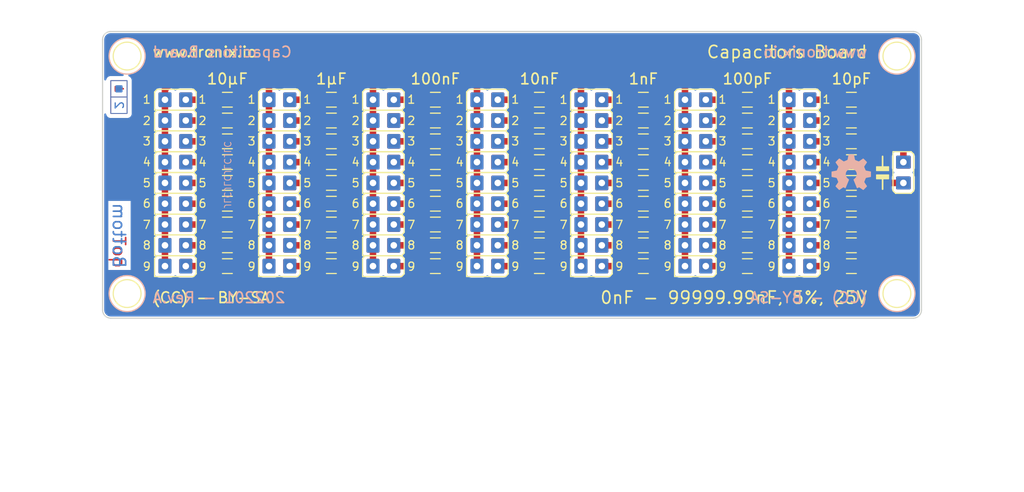
<source format=kicad_pcb>
(kicad_pcb (version 20240108) (generator "pcbnew") (generator_version "8.0")
  (title_block (title "Capacitors Board") (date "01/2022") (rev "A"))
  (layers (0 "F.Cu" signal) (31 "B.Cu" signal) (34 "B.Paste" user) (35 "F.Paste" user) (36 "B.SilkS" user "B.Silkscreen") (37 "F.SilkS" user "F.Silkscreen") (38 "B.Mask" user) (39 "F.Mask" user) (44 "Edge.Cuts" user))
  (net 0 "")
  (net 1 "Net-(JP1-Pad1)")
  (net 2 "Net-(C1-Pad2)")
  (net 3 "Net-(C1-Pad1)")
  (net 4 "Net-(C2-Pad1)")
  (net 5 "Net-(C3-Pad1)")
  (net 6 "Net-(C4-Pad1)")
  (net 7 "Net-(C5-Pad1)")
  (net 8 "Net-(C6-Pad1)")
  (net 9 "Net-(C7-Pad1)")
  (net 10 "Net-(C8-Pad1)")
  (net 11 "Net-(C9-Pad1)")
  (net 12 "Net-(C10-Pad1)")
  (net 13 "Net-(C11-Pad1)")
  (net 14 "Net-(C12-Pad1)")
  (net 15 "Net-(C13-Pad1)")
  (net 16 "Net-(C14-Pad1)")
  (net 17 "Net-(C15-Pad1)")
  (net 18 "Net-(C16-Pad1)")
  (net 19 "Net-(C17-Pad1)")
  (net 20 "Net-(C18-Pad1)")
  (net 21 "Net-(C19-Pad1)")
  (net 22 "Net-(C20-Pad1)")
  (net 23 "Net-(C21-Pad1)")
  (net 24 "Net-(C22-Pad1)")
  (net 25 "Net-(C23-Pad1)")
  (net 26 "Net-(C24-Pad1)")
  (net 27 "Net-(C25-Pad1)")
  (net 28 "Net-(C26-Pad1)")
  (net 29 "Net-(C27-Pad1)")
  (net 30 "Net-(C28-Pad1)")
  (net 31 "Net-(C29-Pad1)")
  (net 32 "Net-(C30-Pad1)")
  (net 33 "Net-(C31-Pad1)")
  (net 34 "Net-(C32-Pad1)")
  (net 35 "Net-(C33-Pad1)")
  (net 36 "Net-(C34-Pad1)")
  (net 37 "Net-(C35-Pad1)")
  (net 38 "Net-(C36-Pad1)")
  (net 39 "Net-(C37-Pad1)")
  (net 40 "Net-(C38-Pad1)")
  (net 41 "Net-(C39-Pad1)")
  (net 42 "Net-(C40-Pad1)")
  (net 43 "Net-(C41-Pad1)")
  (net 44 "Net-(C42-Pad1)")
  (net 45 "Net-(C43-Pad1)")
  (net 46 "Net-(C44-Pad1)")
  (net 47 "Net-(C45-Pad1)")
  (net 48 "Net-(C46-Pad1)")
  (net 49 "Net-(C47-Pad1)")
  (net 50 "Net-(C48-Pad1)")
  (net 51 "Net-(C49-Pad1)")
  (net 52 "Net-(C50-Pad1)")
  (net 53 "Net-(C51-Pad1)")
  (net 54 "Net-(C52-Pad1)")
  (net 55 "Net-(C53-Pad1)")
  (net 56 "Net-(C54-Pad1)")
  (net 57 "Net-(C55-Pad1)")
  (net 58 "Net-(C56-Pad1)")
  (net 59 "Net-(C57-Pad1)")
  (net 60 "Net-(C58-Pad1)")
  (net 61 "Net-(C59-Pad1)")
  (net 62 "Net-(C60-Pad1)")
  (net 63 "Net-(C61-Pad1)")
  (net 64 "Net-(C62-Pad1)")
  (net 65 "Net-(C63-Pad1)")
  (footprint "tronixio:HARWIN-M20-999024x" (layer "F.Cu") (at 157.48 93.98 90)
    (property "Reference" "JP45" (hide yes))
    (property "Value" "~")
  )
  (footprint "tronixio:HARWIN-M20-999024x" (layer "F.Cu") (at 119.38 76.2 90)
    (property "Reference" "JP11" (hide yes))
    (property "Value" "~")
  )
  (footprint "tronixio:HARWIN-M20-7680-7683" (layer "F.Cu") (at 148.06 116.23)
    (property "Reference" "JP65" (hide yes))
    (property "Value" "HARWIN-JUMPER-0254-14MM-BLACK" (hide yes))
  )
  (footprint "tronixio:HARWIN-M20-999024x" (layer "F.Cu") (at 182.88 81.28 90)
    (property "Reference" "JP58" (hide yes))
    (property "Value" "~")
  )
  (footprint "tronixio:HARWIN-M20-999024x" (layer "F.Cu") (at 170.18 88.9 90)
    (property "Reference" "JP52" (hide yes))
    (property "Value" "~")
  )
  (footprint "tronixio:CAPACITOR-SMD-1206" (layer "F.Cu") (at 127 93.98)
    (property "Reference" "C18" (hide yes))
    (property "Value" "1µ")
  )
  (footprint "tronixio:CAPACITOR-SMD-1206" (layer "F.Cu") (at 127 86.36)
    (property "Reference" "C15" (hide yes))
    (property "Value" "1µ")
  )
  (footprint "tronixio:CAPACITOR-SMD-1206" (layer "F.Cu") (at 177.8 76.2)
    (property "Reference" "C47" (hide yes))
    (property "Value" "100p")
  )
  (footprint "tronixio:HARWIN-M20-999024x" (layer "F.Cu") (at 119.38 93.98 90)
    (property "Reference" "JP18" (hide yes))
    (property "Value" "~")
  )
  (footprint "tronixio:KEYSTONE-9056" (layer "F.Cu") (at 102.06 68.33)
    (property "Reference" "H4" (hide yes))
    (property "Value" "9056" (hide yes))
  )
  (footprint "tronixio:HARWIN-M20-999024x" (layer "F.Cu") (at 144.78 73.66 90)
    (property "Reference" "JP28" (hide yes))
    (property "Value" "~")
  )
  (footprint "tronixio:CAPACITOR-SMD-1206" (layer "F.Cu") (at 190.5 86.36)
    (property "Reference" "C60" (hide yes))
    (property "Value" "10p")
  )
  (footprint "tronixio:CAPACITOR-SMD-1206" (layer "F.Cu") (at 165.1 83.82)
    (property "Reference" "C41" (hide yes))
    (property "Value" "1n")
  )
  (footprint "tronixio:CAPACITOR-SMD-1206" (layer "F.Cu") (at 114.3 73.66)
    (property "Reference" "C1" (hide yes))
    (property "Value" "10µ")
  )
  (footprint "tronixio:CAPACITOR-SMD-1206" (layer "F.Cu") (at 190.5 73.66)
    (property "Reference" "C55" (hide yes))
    (property "Value" "10p")
  )
  (footprint "tronixio:CAPACITOR-SMD-1206" (layer "F.Cu") (at 127 76.2)
    (property "Reference" "C11" (hide yes))
    (property "Value" "1µ")
  )
  (footprint "tronixio:CAPACITOR-SMD-1206" (layer "F.Cu") (at 152.4 88.9)
    (property "Reference" "C34" (hide yes))
    (property "Value" "10n")
  )
  (footprint "tronixio:CAPACITOR-SMD-1206" (layer "F.Cu") (at 139.7 78.74)
    (property "Reference" "C21" (hide yes))
    (property "Value" "100n")
  )
  (footprint "tronixio:HARWIN-M20-7680-7683" (layer "F.Cu") (at 142.06 116.23)
    (property "Reference" "JP64" (hide yes))
    (property "Value" "HARWIN-JUMPER-0254-14MM-BLACK" (hide yes))
  )
  (footprint "tronixio:CAPACITOR-SMD-1206" (layer "F.Cu") (at 114.3 86.36)
    (property "Reference" "C6" (hide yes))
    (property "Value" "10µ")
  )
  (footprint "tronixio:HARWIN-M20-999024x" (layer "F.Cu") (at 157.48 73.66 90)
    (property "Reference" "JP37" (hide yes))
    (property "Value" "~")
  )
  (footprint "tronixio:HARWIN-M20-999024x" (layer "F.Cu") (at 157.48 81.28 90)
    (property "Reference" "JP40" (hide yes))
    (property "Value" "~")
  )
  (footprint "tronixio:CAPACITOR-SMD-1206" (layer "F.Cu") (at 177.8 78.74)
    (property "Reference" "C48" (hide yes))
    (property "Value" "100p")
  )
  (footprint "tronixio:CAPACITOR-SMD-1206" (layer "F.Cu") (at 165.1 73.66)
    (property "Reference" "C37" (hide yes))
    (property "Value" "1n")
  )
  (footprint "tronixio:HARWIN-M20-999024x" (layer "F.Cu") (at 106.68 88.9 90)
    (property "Reference" "JP7" (hide yes))
    (property "Value" "~")
  )
  (footprint "tronixio:CAPACITOR-SMD-1206" (layer "F.Cu") (at 127 81.28)
    (property "Reference" "C13" (hide yes))
    (property "Value" "1µ")
  )
  (footprint "tronixio:HARWIN-M20-999024x" (layer "F.Cu") (at 132.08 83.82 90)
    (property "Reference" "JP23" (hide yes))
    (property "Value" "~")
  )
  (footprint "tronixio:KEYSTONE-9056" (layer "F.Cu") (at 196.06 97.33)
    (property "Reference" "H2" (hide yes))
    (property "Value" "9056" (hide yes))
  )
  (footprint "tronixio:HARWIN-M20-999024x" (layer "F.Cu") (at 170.18 73.66 90)
    (property "Reference" "JP46" (hide yes))
    (property "Value" "~")
  )
  (footprint "tronixio:HARWIN-M20-7680-7683" (layer "F.Cu") (at 166.06 116.23)
    (property "Reference" "JP68" (hide yes))
    (property "Value" "HARWIN-JUMPER-0254-14MM-BLACK" (hide yes))
  )
  (footprint "tronixio:CAPACITOR-SMD-1206" (layer "F.Cu") (at 139.7 86.36)
    (property "Reference" "C24" (hide yes))
    (property "Value" "100n")
  )
  (footprint "tronixio:HARWIN-M20-999024x" (layer "F.Cu") (at 182.88 78.74 90)
    (property "Reference" "JP57" (hide yes))
    (property "Value" "~")
  )
  (footprint "tronixio:HARWIN-M20-999024x" (layer "F.Cu") (at 170.18 91.44 90)
    (property "Reference" "JP53" (hide yes))
    (property "Value" "~")
  )
  (footprint "tronixio:HARWIN-M20-999024x" (layer "F.Cu") (at 144.78 86.36 90)
    (property "Reference" "JP33" (hide yes))
    (property "Value" "~")
  )
  (footprint "tronixio:HARWIN-M20-999024x" (layer "F.Cu") (at 170.18 93.98 90)
    (property "Reference" "JP54" (hide yes))
    (property "Value" "~")
  )
  (footprint "tronixio:HARWIN-M20-999024x" (layer "F.Cu") (at 144.78 93.98 90)
    (property "Reference" "JP36" (hide yes))
    (property "Value" "~")
  )
  (footprint "tronixio:CAPACITOR-SMD-1206" (layer "F.Cu") (at 177.8 88.9)
    (property "Reference" "C52" (hide yes))
    (property "Value" "100p")
  )
  (footprint "tronixio:HARWIN-M20-999024x" (layer "F.Cu") (at 157.48 91.44 90)
    (property "Reference" "JP44" (hide yes))
    (property "Value" "~")
  )
  (footprint "tronixio:HARWIN-M20-7680-7683" (layer "F.Cu") (at 184.06 116.23)
    (property "Reference" "JP71" (hide yes))
    (property "Value" "HARWIN-JUMPER-0254-14MM-BLACK" (hide yes))
  )
  (footprint "tronixio:CAPACITOR-SMD-1206" (layer "F.Cu") (at 139.7 88.9)
    (property "Reference" "C25" (hide yes))
    (property "Value" "100n")
  )
  (footprint "tronixio:CAPACITOR-SMD-1206" (layer "F.Cu") (at 127 83.82)
    (property "Reference" "C14" (hide yes))
    (property "Value" "1µ")
  )
  (footprint "tronixio:CAPACITOR-SMD-1206" (layer "F.Cu") (at 114.3 91.44)
    (property "Reference" "C8" (hide yes))
    (property "Value" "10µ")
  )
  (footprint "tronixio:CAPACITOR-SMD-1206" (layer "F.Cu") (at 190.5 83.82)
    (property "Reference" "C59" (hide yes))
    (property "Value" "10p")
  )
  (footprint "tronixio:CAPACITOR-SMD-1206" (layer "F.Cu") (at 177.8 81.28)
    (property "Reference" "C49" (hide yes))
    (property "Value" "100p")
  )
  (footprint "tronixio:HARWIN-M20-7680-7683" (layer "F.Cu") (at 172.06 116.23)
    (property "Reference" "JP69" (hide yes))
    (property "Value" "HARWIN-JUMPER-0254-14MM-BLACK" (hide yes))
  )
  (footprint "tronixio:HARWIN-M20-999024x" (layer "F.Cu") (at 170.18 76.2 90)
    (property "Reference" "JP47" (hide yes))
    (property "Value" "~")
  )
  (footprint "tronixio:HARWIN-M20-999024x" (layer "F.Cu") (at 182.88 76.2 90)
    (property "Reference" "JP56" (hide yes))
    (property "Value" "~")
  )
  (footprint "tronixio:HARWIN-M20-999024x" (layer "F.Cu") (at 170.18 86.36 90)
    (property "Reference" "JP51" (hide yes))
    (property "Value" "~")
  )
  (footprint "tronixio:HARWIN-M20-7680-7683" (layer "F.Cu") (at 178.06 116.23)
    (property "Reference" "JP70" (hide yes))
    (property "Value" "HARWIN-JUMPER-0254-14MM-BLACK" (hide yes))
  )
  (footprint "tronixio:HARWIN-M20-999024x" (layer "F.Cu") (at 144.78 88.9 90)
    (property "Reference" "JP34" (hide yes))
    (property "Value" "~")
  )
  (footprint "tronixio:CAPACITOR-SMD-1206" (layer "F.Cu") (at 127 73.66)
    (property "Reference" "C10" (hide yes))
    (property "Value" "1µ")
  )
  (footprint "tronixio:KEYSTONE-9056" (layer "F.Cu") (at 102.06 97.33)
    (property "Reference" "H1" (hide yes))
    (property "Value" "9056" (hide yes))
  )
  (footprint "tronixio:CAPACITOR-SMD-1206" (layer "F.Cu") (at 177.8 86.36)
    (property "Reference" "C51" (hide yes))
    (property "Value" "100p")
  )
  (footprint "tronixio:HARWIN-M20-999024x" (layer "F.Cu") (at 182.88 73.66 90)
    (property "Reference" "JP55" (hide yes))
    (property "Value" "~")
  )
  (footprint "tronixio:CAPACITOR-SMD-1206" (layer "F.Cu") (at 165.1 76.2)
    (property "Reference" "C38" (hide yes))
    (property "Value" "1n")
  )
  (footprint "tronixio:HARWIN-M20-999024x" (layer "F.Cu") (at 196.85 81.28)
    (property "Reference" "K1" (hide yes))
    (property "Value" "Capacitor")
  )
  (footprint "tronixio:HARWIN-M20-999024x" (layer "F.Cu") (at 119.38 81.28 90)
    (property "Reference" "JP13" (hide yes))
    (property "Value" "~")
  )
  (footprint "tronixio:CAPACITOR-SMD-1206" (layer "F.Cu") (at 190.5 93.98)
    (property "Reference" "C63" (hide yes))
    (property "Value" "10p")
  )
  (footprint "tronixio:HARWIN-M20-999024x" (layer "F.Cu") (at 106.68 81.28 90)
    (property "Reference" "JP4" (hide yes))
    (property "Value" "~")
  )
  (footprint "tronixio:CAPACITOR-SMD-1206" (layer "F.Cu") (at 190.5 88.9)
    (property "Reference" "C61" (hide yes))
    (property "Value" "10p")
  )
  (footprint "tronixio:CAPACITOR-SMD-1206" (layer "F.Cu") (at 190.5 91.44)
    (property "Reference" "C62" (hide yes))
    (property "Value" "10p")
  )
  (footprint "tronixio:HARWIN-M20-999024x" (layer "F.Cu") (at 132.08 81.28 90)
    (property "Reference" "JP22" (hide yes))
    (property "Value" "~")
  )
  (footprint "tronixio:CAPACITOR-SMD-1206" (layer "F.Cu") (at 139.7 93.98)
    (property "Reference" "C27" (hide yes))
    (property "Value" "100n")
  )
  (footprint "tronixio:CAPACITOR-SMD-1206" (layer "F.Cu") (at 165.1 88.9)
    (property "Reference" "C43" (hide yes))
    (property "Value" "1n")
  )
  (footprint "tronixio:HARWIN-M20-999024x" (layer "F.Cu") (at 119.38 78.74 90)
    (property "Reference" "JP12" (hide yes))
    (property "Value" "~")
  )
  (footprint "tronixio:HARWIN-M20-999024x" (layer "F.Cu") (at 132.08 88.9 90)
    (property "Reference" "JP25" (hide yes))
    (property "Value" "~")
  )
  (footprint "tronixio:CAPACITOR-SMD-1206" (layer "F.Cu") (at 152.4 78.74)
    (property "Reference" "C30" (hide yes))
    (property "Value" "10n")
  )
  (footprint "tronixio:CAPACITOR-SMD-1206" (layer "F.Cu") (at 152.4 93.98)
    (property "Reference" "C36" (hide yes))
    (property "Value" "10n")
  )
  (footprint "tronixio:HARWIN-M20-999024x" (layer "F.Cu") (at 106.68 93.98 90)
    (property "Reference" "JP9" (hide yes))
    (property "Value" "~")
  )
  (footprint "tronixio:HARWIN-M20-999024x" (layer "F.Cu") (at 106.68 83.82 90)
    (property "Reference" "JP5" (hide yes))
    (property "Value" "~")
  )
  (footprint "tronixio:CAPACITOR-SMD-1206" (layer "F.Cu") (at 114.3 93.98)
    (property "Reference" "C9" (hide yes))
    (property "Value" "10µ")
  )
  (footprint "tronixio:HARWIN-M20-999024x" (layer "F.Cu") (at 119.38 91.44 90)
    (property "Reference" "JP17" (hide yes))
    (property "Value" "~")
  )
  (footprint "tronixio:CAPACITOR-SMD-1206" (layer "F.Cu") (at 165.1 78.74)
    (property "Reference" "C39" (hide yes))
    (property "Value" "1n")
  )
  (footprint "tronixio:CAPACITOR-SMD-1206" (layer "F.Cu") (at 114.3 76.2)
    (property "Reference" "C2" (hide yes))
    (property "Value" "10µ")
  )
  (footprint "tronixio:KEYSTONE-9056" (layer "F.Cu") (at 196.06 68.33)
    (property "Reference" "H3" (hide yes))
    (property "Value" "9056" (hide yes))
  )
  (footprint "tronixio:HARWIN-M20-7680-7683" (layer "F.Cu") (at 190.06 116.23)
    (property "Reference" "JP72" (hide yes))
    (property "Value" "HARWIN-JUMPER-0254-14MM-BLACK" (hide yes))
  )
  (footprint "tronixio:CAPACITOR-SMD-1206" (layer "F.Cu") (at 177.8 73.66)
    (property "Reference" "C46" (hide yes))
    (property "Value" "100p")
  )
  (footprint "tronixio:HARWIN-M20-999024x" (layer "F.Cu") (at 182.88 83.82 90)
    (property "Reference" "JP59" (hide yes))
    (property "Value" "~")
  )
  (footprint "tronixio:CAPACITOR-SMD-1206" (layer "F.Cu") (at 127 88.9)
    (property "Reference" "C16" (hide yes))
    (property "Value" "1µ")
  )
  (footprint "tronixio:HARWIN-M20-7680-7683" (layer "F.Cu") (at 196.06 116.23)
    (property "Reference" "JP73" (hide yes))
    (property "Value" "HARWIN-JUMPER-0254-14MM-BLACK" (hide yes))
  )
  (footprint "tronixio:CAPACITOR-SMD-1206" (layer "F.Cu") (at 152.4 83.82)
    (property "Reference" "C32" (hide yes))
    (property "Value" "10n")
  )
  (footprint "tronixio:HARWIN-M20-999024x" (layer "F.Cu") (at 132.08 93.98 90)
    (property "Reference" "JP27" (hide yes))
    (property "Value" "~")
  )
  (footprint "tronixio:CAPACITOR-SMD-1206" (layer "F.Cu") (at 114.3 83.82)
    (property "Reference" "C5" (hide yes))
    (property "Value" "10µ")
  )
  (footprint "tronixio:HARWIN-M20-999024x" (layer "F.Cu") (at 132.08 91.44 90)
    (property "Reference" "JP26" (hide yes))
    (property "Value" "~")
  )
  (footprint "tronixio:HARWIN-M20-999024x" (layer "F.Cu") (at 144.78 81.28 90)
    (property "Reference" "JP31" (hide yes))
    (property "Value" "~")
  )
  (footprint "tronixio:HARWIN-M20-999024x" (layer "F.Cu") (at 144.78 83.82 90)
    (property "Reference" "JP32" (hide yes))
    (property "Value" "~")
  )
  (footprint "tronixio:HARWIN-M20-999024x" (layer "F.Cu") (at 157.48 83.82 90)
    (property "Reference" "JP41" (hide yes))
    (property "Value" "~")
  )
  (footprint "tronixio:CAPACITOR-SMD-1206" (layer "F.Cu") (at 177.8 93.98)
    (property "Reference" "C54" (hide yes))
    (property "Value" "100p")
  )
  (footprint "tronixio:HARWIN-M20-999024x" (layer "F.Cu") (at 132.08 73.66 90)
    (property "Reference" "JP19" (hide yes))
    (property "Value" "~")
  )
  (footprint "tronixio:CAPACITOR-SMD-1206" (layer "F.Cu") (at 139.7 83.82)
    (property "Reference" "C23" (hide yes))
    (property "Value" "100n")
  )
  (footprint "tronixio:HARWIN-M20-999024x" (layer "F.Cu") (at 132.08 86.36 90)
    (property "Reference" "JP24" (hide yes))
    (property "Value" "~")
  )
  (footprint "tronixio:CAPACITOR-SMD-1206" (layer "F.Cu") (at 114.3 88.9)
    (property "Reference" "C7" (hide yes))
    (property "Value" "10µ")
  )
  (footprint "tronixio:HARWIN-M20-7680-7683" (layer "F.Cu") (at 154.06 116.23)
    (property "Reference" "JP66" (hide yes))
    (property "Value" "HARWIN-JUMPER-0254-14MM-BLACK" (hide yes))
  )
  (footprint "tronixio:CAPACITOR-SMD-1206" (layer "F.Cu") (at 114.3 78.74)
    (property "Reference" "C3" (hide yes))
    (property "Value" "10µ")
  )
  (footprint "tronixio:HARWIN-M20-999024x" (layer "F.Cu") (at 170.18 78.74 90)
    (property "Reference" "JP48" (hide yes))
    (property "Value" "~")
  )
  (footprint "tronixio:HARWIN-M20-999024x" (layer "F.Cu") (at 132.08 76.2 90)
    (property "Reference" "JP20" (hide yes))
    (property "Value" "~")
  )
  (footprint "tronixio:CAPACITOR-SMD-1206" (layer "F.Cu") (at 165.1 93.98)
    (property "Reference" "C45" (hide yes))
    (property "Value" "1n")
  )
  (footprint "tronixio:HARWIN-M20-999024x" (layer "F.Cu") (at 157.48 78.74 90)
    (property "Reference" "JP39" (hide yes))
    (property "Value" "~")
  )
  (footprint "tronixio:CAPACITOR-SMD-1206" (layer "F.Cu") (at 152.4 81.28)
    (property "Reference" "C31" (hide yes))
    (property "Value" "10n")
  )
  (footprint "tronixio:HARWIN-M20-999024x" (layer "F.Cu") (at 157.48 88.9 90)
    (property "Reference" "JP43" (hide yes))
    (property "Value" "~")
  )
  (footprint "tronixio:CAPACITOR-SMD-1206" (layer "F.Cu") (at 139.7 76.2)
    (property "Reference" "C20" (hide yes))
    (property "Value" "100n")
  )
  (footprint "tronixio:CAPACITOR-SMD-1206" (layer "F.Cu") (at 152.4 76.2)
    (property "Reference" "C29" (hide yes))
    (property "Value" "10n")
  )
  (footprint "tronixio:HARWIN-M20-999024x" (layer "F.Cu") (at 170.18 83.82 90)
    (property "Reference" "JP50" (hide yes))
    (property "Value" "~")
  )
  (footprint "tronixio:HARWIN-M20-999024x" (layer "F.Cu") (at 106.68 78.74 90)
    (property "Reference" "JP3" (hide yes))
    (property "Value" "~")
  )
  (footprint "tronixio:HARWIN-M20-999024x" (layer "F.Cu") (at 119.38 88.9 90)
    (property "Reference" "JP16" (hide yes))
    (property "Value" "~")
  )
  (footprint "tronixio:CAPACITOR-SMD-1206" (layer "F.Cu") (at 165.1 86.36)
    (property "Reference" "C42" (hide yes))
    (property "Value" "1n")
  )
  (footprint "tronixio:CAPACITOR-SMD-1206" (layer "F.Cu") (at 114.3 81.28)
    (property "Reference" "C4" (hide yes))
    (property "Value" "10µ")
  )
  (footprint "tronixio:CAPACITOR-SMD-1206" (layer "F.Cu") (at 152.4 91.44)
    (property "Reference" "C35" (hide yes))
    (property "Value" "10n")
  )
  (footprint "tronixio:HARWIN-M20-999024x" (layer "F.Cu") (at 144.78 76.2 90)
    (property "Reference" "JP29" (hide yes))
    (property "Value" "~")
  )
  (footprint "tronixio:HARWIN-M20-999024x" (layer "F.Cu") (at 132.08 78.74 90)
    (property "Reference" "JP21" (hide yes))
    (property "Value" "~")
  )
  (footprint "tronixio:HARWIN-M20-999024x" (layer "F.Cu") (at 157.48 76.2 90)
    (property "Reference" "JP38" (hide yes))
    (property "Value" "~")
  )
  (footprint "tronixio:CAPACITOR-SMD-1206" (layer "F.Cu") (at 190.5 81.28)
    (property "Reference" "C58" (hide yes))
    (property "Value" "10p")
  )
  (footprint "tronixio:CAPACITOR-SMD-1206" (layer "F.Cu") (at 127 78.74)
    (property "Reference" "C12" (hide yes))
    (property "Value" "1µ")
  )
  (footprint "tronixio:HARWIN-M20-999024x" (layer "F.Cu") (at 106.68 86.36 90)
    (property "Reference" "JP6" (hide yes))
    (property "Value" "~")
  )
  (footprint "tronixio:HARWIN-M20-999024x" (layer "F.Cu") (at 157.48 86.36 90)
    (property "Reference" "JP42" (hide yes))
    (property "Value" "~")
  )
  (footprint "tronixio:HARWIN-M20-999024x" (layer "F.Cu") (at 182.88 88.9 90)
    (property "Reference" "JP61" (hide yes))
    (property "Value" "~")
  )
  (footprint "tronixio:HARWIN-M20-999024x" (layer "F.Cu") (at 182.88 91.44 90)
    (property "Reference" "JP62" (hide yes))
    (property "Value" "~")
  )
  (footprint "tronixio:HARWIN-M20-999024x" (layer "F.Cu") (at 144.78 78.74 90)
    (property "Reference" "JP30" (hide yes))
    (property "Value" "~")
  )
  (footprint "tronixio:CAPACITOR-SMD-1206" (layer "F.Cu") (at 190.5 76.2)
    (property "Reference" "C56" (hide yes))
    (property "Value" "10p")
  )
  (footprint "tronixio:CAPACITOR-SMD-1206" (layer "F.Cu") (at 177.8 91.44)
    (property "Reference" "C53" (hide yes))
    (property "Value" "100p")
  )
  (footprint "tronixio:CAPACITOR-SMD-1206" (layer "F.Cu") (at 139.7 81.28)
    (property "Reference" "C22" (hide yes))
    (property "Value" "100n")
  )
  (footprint "tronixio:HARWIN-M20-999024x" (layer "F.Cu") (at 170.18 81.28 90)
    (property "Reference" "JP49" (hide yes))
    (property "Value" "~")
  )
  (footprint "tronixio:HARWIN-M20-999024x" (layer "F.Cu") (at 119.38 86.36 90)
    (property "Reference" "JP15" (hide yes))
    (property "Value" "~")
  )
  (footprint "tronixio:HARWIN-M20-999024x" (layer "F.Cu") (at 119.38 73.66 90)
    (property "Reference" "JP10" (hide yes))
    (property "Value" "~")
  )
  (footprint "tronixio:CAPACITOR-SMD-1206" (layer "F.Cu") (at 139.7 73.66)
    (property "Reference" "C19" (hide yes))
    (property "Value" "100n")
  )
  (footprint "tronixio:HARWIN-M20-999024x" (layer "F.Cu") (at 119.38 83.82 90)
    (property "Reference" "JP14" (hide yes))
    (property "Value" "~")
  )
  (footprint "tronixio:CAPACITOR-SMD-1206" (layer "F.Cu") (at 165.1 91.44)
    (property "Reference" "C44" (hide yes))
    (property "Value" "1n")
  )
  (footprint "tronixio:CAPACITOR-SMD-1206" (layer "F.Cu") (at 177.8 83.82)
    (property "Reference" "C50" (hide yes))
    (property "Value" "100p")
  )
  (footprint "tronixio:HARWIN-M20-999024x" (layer "F.Cu") (at 144.78 91.44 90)
    (property "Reference" "JP35" (hide yes))
    (property "Value" "~")
  )
  (footprint "tronixio:HARWIN-M20-7680-7683" (layer "F.Cu") (at 160.06 116.23)
    (property "Reference" "JP67" (hide yes))
    (property "Value" "HARWIN-JUMPER-0254-14MM-BLACK" (hide yes))
  )
  (footprint "tronixio:HARWIN-M20-999024x" (layer "F.Cu") (at 106.68 76.2 90)
    (property "Reference" "JP2" (hide yes))
    (property "Value" "~")
  )
  (footprint "tronixio:HARWIN-M20-999024x" (layer "F.Cu") (at 106.68 91.44 90)
    (property "Reference" "JP8" (hide yes))
    (property "Value" "~")
  )
  (footprint "tronixio:CAPACITOR-SMD-1206" (layer "F.Cu") (at 127 91.44)
    (property "Reference" "C17" (hide yes))
    (property "Value" "1µ")
  )
  (footprint "tronixio:HARWIN-M20-999024x" (layer "F.Cu") (at 182.88 86.36 90)
    (property "Reference" "JP60" (hide yes))
    (property "Value" "~")
  )
  (footprint "tronixio:CAPACITOR-SMD-1206" (layer "F.Cu") (at 165.1 81.28)
    (property "Reference" "C40" (hide yes))
    (property "Value" "1n")
  )
  (footprint "tronixio:HARWIN-M20-999024x" (layer "F.Cu") (at 106.68 73.66 90)
    (property "Reference" "JP1" (hide yes))
    (property "Value" "~")
  )
  (footprint "tronixio:CAPACITOR-SMD-1206" (layer "F.Cu") (at 152.4 73.66)
    (property "Reference" "C28" (hide yes))
    (property "Value" "10n")
  )
  (footprint "tronixio:CAPACITOR-SMD-1206" (layer "F.Cu") (at 152.4 86.36)
    (property "Reference" "C33" (hide yes))
    (property "Value" "10n")
  )
  (footprint "tronixio:CAPACITOR-SMD-1206" (layer "F.Cu") (at 190.5 78.74)
    (property "Reference" "C57" (hide yes))
    (property "Value" "10p")
  )
  (footprint "tronixio:HARWIN-M20-999024x" (layer "F.Cu") (at 182.88 93.98 90)
    (property "Reference" "JP63" (hide yes))
    (property "Value" "~")
  )
  (footprint "tronixio:CAPACITOR-SMD-1206" (layer "F.Cu") (at 139.7 91.44)
    (property "Reference" "C26" (hide yes))
    (property "Value" "100n")
  )
  (footprint "tronixio:OSHW-5MM" (layer "B.Cu") (at 190.5 82.55 180)
    (property "Reference" "GB" (hide yes))
    (property "Value" "LOGO" (hide yes))
  )
  (gr_rect (start 100.06 71.33) (end 102.06 75.33) (stroke (width 0.1)) (fill none) (layer "F.Cu"))
  (gr_line (start 100.06 73.33) (end 102.06 73.33) (stroke (width 0.1)) (layer "F.Cu"))
  (gr_line (start 100.06 73.33) (end 102.06 73.33) (stroke (width 0.1)) (layer "B.Cu"))
  (gr_rect (start 100.06 71.33) (end 102.06 75.33) (stroke (width 0.1)) (fill none) (layer "B.Cu"))
  (gr_rect (start 193.56 81.83) (end 195.06 82.33) (stroke (width 0.1)) (fill solid) (layer "F.SilkS"))
  (gr_rect (start 193.56 82.83) (end 195.06 83.33) (stroke (width 0.1)) (fill solid) (layer "F.SilkS"))
  (gr_line (start 194.31 80.58) (end 194.31 81.83) (stroke (width 0.2)) (layer "F.SilkS"))
  (gr_line (start 194.31 83.33) (end 194.31 84.58) (stroke (width 0.2)) (layer "F.SilkS"))
  (gr_arc (start 199.06 99.33) (mid 198.767107 100.037107) (end 198.06 100.33) (stroke (width 0.15)) (layer "Edge.Cuts"))
  (gr_arc (start 198.06 65.33) (mid 198.767107 65.622893) (end 199.06 66.33) (stroke (width 0.15)) (layer "Edge.Cuts"))
  (gr_line (start 198.06 65.33) (end 100.06 65.33) (stroke (width 0.15)) (layer "Edge.Cuts"))
  (gr_line (start 99.06 66.33) (end 99.06 99.33) (stroke (width 0.15)) (layer "Edge.Cuts"))
  (gr_line (start 100.06 100.33) (end 198.06 100.33) (stroke (width 0.15)) (layer "Edge.Cuts"))
  (gr_line (start 199.06 99.33) (end 199.06 66.33) (stroke (width 0.15)) (layer "Edge.Cuts"))
  (gr_arc (start 100.06 100.33) (mid 99.352893 100.037107) (end 99.06 99.33) (stroke (width 0.15)) (layer "Edge.Cuts"))
  (gr_arc (start 99.06 66.33) (mid 99.352893 65.622893) (end 100.06 65.33) (stroke (width 0.15)) (layer "Edge.Cuts"))
  (gr_text "Top" (at 101.06 94.33 270) (layer "F.Cu") (effects (font (size 1.5 1.5) (thickness 0.2)) (justify right)))
  (gr_text "1" (at 101.06 72.33 270) (layer "F.Cu") (effects (font (size 1 1))))
  (gr_text "2" (at 101.06 74.33 270) (layer "B.Cu") (effects (font (size 1 1)) (justify mirror)))
  (gr_text "Bottom" (at 101.06 94.33 270) (layer "B.Cu") (effects (font (size 1.5 1.5) (thickness 0.2)) (justify left mirror)))
  (gr_text "(CC) - BY-SA" (at 192.56 97.83 0) (layer "B.SilkS") (effects (font (size 1.3 1.3) (thickness 0.2)) (justify left mirror)))
  (gr_text "202201 - Rev.A" (at 105.06 97.83 0) (layer "B.SilkS") (effects (font (size 1.3 1.3) (thickness 0.2)) (justify right mirror)))
  (gr_text "Capacitors Board" (at 105.06 67.83 0) (layer "B.SilkS") (effects (font (size 1.3 1.3) (thickness 0.2)) (justify right mirror)))
  (gr_text "www.tronix.io" (at 192.56 67.83 0) (layer "B.SilkS") (effects (font (size 1.3 1.3) (thickness 0.2)) (justify left mirror)))
  (gr_text "JLCJLCJLCJLC" (at 114.3 82.83 270) (layer "B.SilkS") (effects (font (size 0.8 0.8) (thickness 0.1)) (justify mirror)))
  (gr_text "6" (at 142.66 86.33 0) (layer "F.SilkS") (effects (font (size 1 1))))
  (gr_text "6" (at 111.26 86.33 0) (layer "F.SilkS") (effects (font (size 1 1))))
  (gr_text "5" (at 129.96 83.83 0) (layer "F.SilkS") (effects (font (size 1 1))))
  (gr_text "5" (at 162.16 83.83 0) (layer "F.SilkS") (effects (font (size 1 1))))
  (gr_text "2" (at 149.46 76.23 0) (layer "F.SilkS") (effects (font (size 1 1))))
  (gr_text "7" (at 117.26 88.93 0) (layer "F.SilkS") (effects (font (size 1 1))))
  (gr_text "2" (at 142.66 76.23 0) (layer "F.SilkS") (effects (font (size 1 1))))
  (gr_text "3" (at 168.06 78.73 0) (layer "F.SilkS") (effects (font (size 1 1))))
  (gr_text "3" (at 174.76 78.73 0) (layer "F.SilkS") (effects (font (size 1 1))))
  (gr_text "100nF" (at 139.7 71.12 0) (layer "F.SilkS") (effects (font (size 1.3 1.3) (thickness 0.2))))
  (gr_text "8" (at 162.16 91.43 0) (layer "F.SilkS") (effects (font (size 1 1))))
  (gr_text "3" (at 129.96 78.73 0) (layer "F.SilkS") (effects (font (size 1 1))))
  (gr_text "4" (at 117.26 81.28 0) (layer "F.SilkS") (effects (font (size 1 1))))
  (gr_text "2" (at 117.26 76.23 0) (layer "F.SilkS") (effects (font (size 1 1))))
  (gr_text "8" (at 142.66 91.43 0) (layer "F.SilkS") (effects (font (size 1 1))))
  (gr_text "9" (at 104.46 94.03 0) (layer "F.SilkS") (effects (font (size 1 1))))
  (gr_text "3" (at 117.26 78.73 0) (layer "F.SilkS") (effects (font (size 1 1))))
  (gr_text "6" (at 168.06 86.33 0) (layer "F.SilkS") (effects (font (size 1 1))))
  (gr_text "6" (at 180.76 86.33 0) (layer "F.SilkS") (effects (font (size 1 1))))
  (gr_text "3" (at 180.76 78.73 0) (layer "F.SilkS") (effects (font (size 1 1))))
  (gr_text "1" (at 117.26 73.63 0) (layer "F.SilkS") (effects (font (size 1 1))))
  (gr_text "1" (at 155.36 73.66 0) (layer "F.SilkS") (effects (font (size 1 1))))
  (gr_text "2" (at 136.76 76.23 0) (layer "F.SilkS") (effects (font (size 1 1))))
  (gr_text "9" (at 124.06 94.03 0) (layer "F.SilkS") (effects (font (size 1 1))))
  (gr_text "6" (at 117.26 86.33 0) (layer "F.SilkS") (effects (font (size 1 1))))
  (gr_text "2" (at 104.46 76.23 0) (layer "F.SilkS") (effects (font (size 1 1))))
  (gr_text "3" (at 149.46 78.73 0) (layer "F.SilkS") (effects (font (size 1 1))))
  (gr_text "4" (at 111.26 81.28 0) (layer "F.SilkS") (effects (font (size 1 1))))
  (gr_text "4" (at 174.76 81.28 0) (layer "F.SilkS") (effects (font (size 1 1))))
  (gr_text "4" (at 162.16 81.28 0) (layer "F.SilkS") (effects (font (size 1 1))))
  (gr_text "6" (at 187.46 86.33 0) (layer "F.SilkS") (effects (font (size 1 1))))
  (gr_text "8" (at 104.46 91.43 0) (layer "F.SilkS") (effects (font (size 1 1))))
  (gr_text "0nF - 99999.99nF, 5%, 25V" (at 192.56 97.83 0) (layer "F.SilkS") (effects (font (size 1.5 1.5) (thickness 0.2)) (justify right)))
  (gr_text "9" (at 174.76 94.03 0) (layer "F.SilkS") (effects (font (size 1 1))))
  (gr_text "2" (at 174.76 76.23 0) (layer "F.SilkS") (effects (font (size 1 1))))
  (gr_text "3" (at 136.76 78.73 0) (layer "F.SilkS") (effects (font (size 1 1))))
  (gr_text "8" (at 111.26 91.43 0) (layer "F.SilkS") (effects (font (size 1 1))))
  (gr_text "1" (at 187.46 73.63 0) (layer "F.SilkS") (effects (font (size 1 1))))
  (gr_text "6" (at 149.46 86.33 0) (layer "F.SilkS") (effects (font (size 1 1))))
  (gr_text "5" (at 142.66 83.83 0) (layer "F.SilkS") (effects (font (size 1 1))))
  (gr_text "1" (at 174.76 73.63 0) (layer "F.SilkS") (effects (font (size 1 1))))
  (gr_text "3" (at 162.16 78.73 0) (layer "F.SilkS") (effects (font (size 1 1))))
  (gr_text "2" (at 155.36 76.23 0) (layer "F.SilkS") (effects (font (size 1 1))))
  (gr_text "9" (at 149.46 94.03 0) (layer "F.SilkS") (effects (font (size 1 1))))
  (gr_text "8" (at 174.76 91.43 0) (layer "F.SilkS") (effects (font (size 1 1))))
  (gr_text "1" (at 111.26 73.63 0) (layer "F.SilkS") (effects (font (size 1 1))))
  (gr_text "1" (at 168.06 73.63 0) (layer "F.SilkS") (effects (font (size 1 1))))
  (gr_text "6" (at 162.16 86.33 0) (layer "F.SilkS") (effects (font (size 1 1))))
  (gr_text "3" (at 155.36 78.73 0) (layer "F.SilkS") (effects (font (size 1 1))))
  (gr_text "7" (at 174.76 88.93 0) (layer "F.SilkS") (effects (font (size 1 1))))
  (gr_text "5" (at 104.46 83.83 0) (layer "F.SilkS") (effects (font (size 1 1))))
  (gr_text "5" (at 111.26 83.83 0) (layer "F.SilkS") (effects (font (size 1 1))))
  (gr_text "8" (at 149.46 91.43 0) (layer "F.SilkS") (effects (font (size 1 1))))
  (gr_text "www.tronix.io" (at 105.06 67.83 0) (layer "F.SilkS") (effects (font (size 1.3 1.3) (thickness 0.2)) (justify left)))
  (gr_text "7" (at 136.76 88.93 0) (layer "F.SilkS") (effects (font (size 1 1))))
  (gr_text "1" (at 149.46 73.63 0) (layer "F.SilkS") (effects (font (size 1 1))))
  (gr_text "4" (at 155.36 81.28 0) (layer "F.SilkS") (effects (font (size 1 1))))
  (gr_text "8" (at 168.06 91.43 0) (layer "F.SilkS") (effects (font (size 1 1))))
  (gr_text "7" (at 168.06 88.93 0) (layer "F.SilkS") (effects (font (size 1 1))))
  (gr_text "1µF" (at 127 71.12 0) (layer "F.SilkS") (effects (font (size 1.3 1.3) (thickness 0.2))))
  (gr_text "5" (at 149.46 83.83 0) (layer "F.SilkS") (effects (font (size 1 1))))
  (gr_text "9" (at 180.76 94.03 0) (layer "F.SilkS") (effects (font (size 1 1))))
  (gr_text "7" (at 187.46 88.93 0) (layer "F.SilkS") (effects (font (size 1 1))))
  (gr_text "4" (at 129.96 81.28 0) (layer "F.SilkS") (effects (font (size 1 1))))
  (gr_text "2" (at 124.06 76.23 0) (layer "F.SilkS") (effects (font (size 1 1))))
  (gr_text "3" (at 104.46 78.73 0) (layer "F.SilkS") (effects (font (size 1 1))))
  (gr_text "5" (at 124.06 83.83 0) (layer "F.SilkS") (effects (font (size 1 1))))
  (gr_text "6" (at 136.76 86.33 0) (layer "F.SilkS") (effects (font (size 1 1))))
  (gr_text "100pF" (at 177.8 71.12 0) (layer "F.SilkS") (effects (font (size 1.3 1.3) (thickness 0.2))))
  (gr_text "8" (at 124.06 91.43 0) (layer "F.SilkS") (effects (font (size 1 1))))
  (gr_text "4" (at 136.76 81.28 0) (layer "F.SilkS") (effects (font (size 1 1))))
  (gr_text "8" (at 136.76 91.43 0) (layer "F.SilkS") (effects (font (size 1 1))))
  (gr_text "1" (at 162.16 73.63 0) (layer "F.SilkS") (effects (font (size 1 1))))
  (gr_text "5" (at 136.76 83.83 0) (layer "F.SilkS") (effects (font (size 1 1))))
  (gr_text "9" (at 168.06 94.03 0) (layer "F.SilkS") (effects (font (size 1 1))))
  (gr_text "1" (at 104.46 73.63 0) (layer "F.SilkS") (effects (font (size 1 1))))
  (gr_text "5" (at 174.76 83.83 0) (layer "F.SilkS") (effects (font (size 1 1))))
  (gr_text "2" (at 162.16 76.23 0) (layer "F.SilkS") (effects (font (size 1 1))))
  (gr_text "1" (at 142.66 73.63 0) (layer "F.SilkS") (effects (font (size 1 1))))
  (gr_text "5" (at 180.76 83.83 0) (layer "F.SilkS") (effects (font (size 1 1))))
  (gr_text "9" (at 162.16 94.03 0) (layer "F.SilkS") (effects (font (size 1 1))))
  (gr_text "2" (at 129.96 76.23 0) (layer "F.SilkS") (effects (font (size 1 1))))
  (gr_text "1" (at 124.06 73.63 0) (layer "F.SilkS") (effects (font (size 1 1))))
  (gr_text "3" (at 111.26 78.73 0) (layer "F.SilkS") (effects (font (size 1 1))))
  (gr_text "9" (at 187.46 94.03 0) (layer "F.SilkS") (effects (font (size 1 1))))
  (gr_text "7" (at 142.66 88.93 0) (layer "F.SilkS") (effects (font (size 1 1))))
  (gr_text "8" (at 180.76 91.43 0) (layer "F.SilkS") (effects (font (size 1 1))))
  (gr_text "9" (at 117.26 94.03 0) (layer "F.SilkS") (effects (font (size 1 1))))
  (gr_text "5" (at 155.36 83.83 0) (layer "F.SilkS") (effects (font (size 1 1))))
  (gr_text "1nF" (at 165.1 71.12 0) (layer "F.SilkS") (effects (font (size 1.3 1.3) (thickness 0.2))))
  (gr_text "4" (at 124.06 81.28 0) (layer "F.SilkS") (effects (font (size 1 1))))
  (gr_text "7" (at 111.26 88.93 0) (layer "F.SilkS") (effects (font (size 1 1))))
  (gr_text "4" (at 180.76 81.28 0) (layer "F.SilkS") (effects (font (size 1 1))))
  (gr_text "7" (at 124.06 88.93 0) (layer "F.SilkS") (effects (font (size 1 1))))
  (gr_text "7" (at 155.36 88.93 0) (layer "F.SilkS") (effects (font (size 1 1))))
  (gr_text "9" (at 142.66 94.03 0) (layer "F.SilkS") (effects (font (size 1 1))))
  (gr_text "7" (at 149.46 88.93 0) (layer "F.SilkS") (effects (font (size 1 1))))
  (gr_text "7" (at 104.46 88.93 0) (layer "F.SilkS") (effects (font (size 1 1))))
  (gr_text "5" (at 117.26 83.83 0) (layer "F.SilkS") (effects (font (size 1 1))))
  (gr_text "3" (at 187.46 78.73 0) (layer "F.SilkS") (effects (font (size 1 1))))
  (gr_text "1" (at 180.76 73.63 0) (layer "F.SilkS") (effects (font (size 1 1))))
  (gr_text "8" (at 155.36 91.43 0) (layer "F.SilkS") (effects (font (size 1 1))))
  (gr_text "Capacitors Board" (at 192.56 67.83 0) (layer "F.SilkS") (effects (font (size 1.5 1.5) (thickness 0.2)) (justify right)))
  (gr_text "7" (at 180.76 88.93 0) (layer "F.SilkS") (effects (font (size 1 1))))
  (gr_text "5" (at 168.06 83.83 0) (layer "F.SilkS") (effects (font (size 1 1))))
  (gr_text "2" (at 111.26 76.23 0) (layer "F.SilkS") (effects (font (size 1 1))))
  (gr_text "6" (at 174.76 86.33 0) (layer "F.SilkS") (effects (font (size 1 1))))
  (gr_text "9" (at 136.76 94.03 0) (layer "F.SilkS") (effects (font (size 1 1))))
  (gr_text "10µF" (at 114.3 71.12 0) (layer "F.SilkS") (effects (font (size 1.3 1.3) (thickness 0.2))))
  (gr_text "6" (at 129.96 86.33 0) (layer "F.SilkS") (effects (font (size 1 1))))
  (gr_text "4" (at 187.46 81.28 0) (layer "F.SilkS") (effects (font (size 1 1))))
  (gr_text "2" (at 180.76 76.23 0) (layer "F.SilkS") (effects (font (size 1 1))))
  (gr_text "10nF" (at 152.4 71.12 0) (layer "F.SilkS") (effects (font (size 1.3 1.3) (thickness 0.2))))
  (gr_text "4" (at 168.06 81.28 0) (layer "F.SilkS") (effects (font (size 1 1))))
  (gr_text "10pF" (at 190.5 71.12 0) (layer "F.SilkS") (effects (font (size 1.3 1.3) (thickness 0.2))))
  (gr_text "8" (at 117.26 91.43 0) (layer "F.SilkS") (effects (font (size 1 1))))
  (gr_text "5" (at 187.46 83.83 0) (layer "F.SilkS") (effects (font (size 1 1))))
  (gr_text "4" (at 104.46 81.28 0) (layer "F.SilkS") (effects (font (size 1 1))))
  (gr_text "8" (at 129.96 91.43 0) (layer "F.SilkS") (effects (font (size 1 1))))
  (gr_text "(CC) - BY-SA" (at 105.06 97.83 0) (layer "F.SilkS") (effects (font (size 1.3 1.3) (thickness 0.2)) (justify left)))
  (gr_text "6" (at 155.36 86.33 0) (layer "F.SilkS") (effects (font (size 1 1))))
  (gr_text "4" (at 142.66 81.28 0) (layer "F.SilkS") (effects (font (size 1 1))))
  (gr_text "6" (at 124.06 86.33 0) (layer "F.SilkS") (effects (font (size 1 1))))
  (gr_text "4" (at 149.46 81.28 0) (layer "F.SilkS") (effects (font (size 1 1))))
  (gr_text "2" (at 168.06 76.23 0) (layer "F.SilkS") (effects (font (size 1 1))))
  (gr_text "8" (at 187.46 91.43 0) (layer "F.SilkS") (effects (font (size 1 1))))
  (gr_text "9" (at 155.36 94.03 0) (layer "F.SilkS") (effects (font (size 1 1))))
  (gr_text "7" (at 162.16 88.93 0) (layer "F.SilkS") (effects (font (size 1 1))))
  (gr_text "9" (at 111.26 94.03 0) (layer "F.SilkS") (effects (font (size 1 1))))
  (gr_text "3" (at 124.06 78.73 0) (layer "F.SilkS") (effects (font (size 1 1))))
  (gr_text "6" (at 104.46 86.33 0) (layer "F.SilkS") (effects (font (size 1 1))))
  (gr_text "1" (at 136.76 73.63 0) (layer "F.SilkS") (effects (font (size 1 1))))
  (gr_text "7" (at 129.96 88.93 0) (layer "F.SilkS") (effects (font (size 1 1))))
  (gr_text "3" (at 142.66 78.73 0) (layer "F.SilkS") (effects (font (size 1 1))))
  (gr_text "9" (at 129.96 94.03 0) (layer "F.SilkS") (effects (font (size 1 1))))
  (gr_text "2" (at 187.46 76.23 0) (layer "F.SilkS") (effects (font (size 1 1))))
  (gr_text "1" (at 129.96 73.63 0) (layer "F.SilkS") (effects (font (size 1 1))))
  (segment (start 170.18 78.74) (end 170.18 76.2) (width 0.8) (layer "F.Cu") (net 1))
  (segment (start 144.78 71.12) (end 157.48 71.12) (width 0.8) (layer "F.Cu") (net 1))
  (segment (start 157.48 93.98) (end 157.48 91.44) (width 0.8) (layer "F.Cu") (net 1))
  (segment (start 106.68 78.74) (end 106.68 76.2) (width 0.8) (layer "F.Cu") (net 1))
  (segment (start 144.78 83.82) (end 144.78 81.28) (width 0.8) (layer "F.Cu") (net 1))
  (segment (start 132.08 91.44) (end 132.08 88.9) (width 0.8) (layer "F.Cu") (net 1))
  (segment (start 119.38 91.44) (end 119.38 93.98) (width 0.8) (layer "F.Cu") (net 1))
  (segment (start 106.68 73.66) (end 106.68 72.39) (width 0.8) (layer "F.Cu") (net 1))
  (segment (start 106.68 91.44) (end 106.68 88.9) (width 0.8) (layer "F.Cu") (net 1))
  (segment (start 119.38 91.44) (end 119.38 88.9) (width 0.8) (layer "F.Cu") (net 1))
  (segment (start 182.88 76.2) (end 182.88 73.66) (width 0.8) (layer "F.Cu") (net 1))
  (segment (start 119.38 78.74) (end 119.38 76.2) (width 0.8) (layer "F.Cu") (net 1))
  (segment (start 132.08 78.74) (end 132.08 76.2) (width 0.8) (layer "F.Cu") (net 1))
  (segment (start 144.78 81.28) (end 144.78 78.74) (width 0.8) (layer "F.Cu") (net 1))
  (segment (start 106.68 88.9) (end 106.68 86.36) (width 0.8) (layer "F.Cu") (net 1))
  (segment (start 144.78 86.36) (end 144.78 83.82) (width 0.8) (layer "F.Cu") (net 1))
  (segment (start 196.85 74.93) (end 196.85 81.28) (width 0.8) (layer "F.Cu") (net 1))
  (segment (start 106.68 93.98) (end 106.68 91.44) (width 0.8) (layer "F.Cu") (net 1))
  (segment (start 182.88 81.28) (end 182.88 78.74) (width 0.8) (layer "F.Cu") (net 1))
  (segment (start 107.95 71.12) (end 132.08 71.12) (width 0.8) (layer "F.Cu") (net 1))
  (segment (start 106.68 72.39) (end 107.95 71.12) (width 0.8) (layer "F.Cu") (net 1))
  (segment (start 182.88 73.66) (end 182.88 71.12) (width 0.8) (layer "F.Cu") (net 1))
  (segment (start 157.48 71.12) (end 170.18 71.12) (width 0.8) (layer "F.Cu") (net 1))
  (segment (start 170.18 91.44) (end 170.18 88.9) (width 0.8) (layer "F.Cu") (net 1))
  (segment (start 182.88 86.36) (end 182.88 83.82) (width 0.8) (layer "F.Cu") (net 1))
  (segment (start 119.38 83.82) (end 119.38 81.28) (width 0.8) (layer "F.Cu") (net 1))
  (segment (start 132.08 93.98) (end 132.08 91.44) (width 0.8) (layer "F.Cu") (net 1))
  (segment (start 119.38 86.36) (end 119.38 83.82) (width 0.8) (layer "F.Cu") (net 1))
  (segment (start 157.48 78.74) (end 157.48 76.2) (width 0.8) (layer "F.Cu") (net 1))
  (segment (start 119.38 73.66) (end 119.38 71.12) (width 0.8) (layer "F.Cu") (net 1))
  (segment (start 119.38 81.28) (end 119.38 78.74) (width 0.8) (layer "F.Cu") (net 1))
  (segment (start 106.68 76.2) (end 106.68 73.66) (width 0.8) (layer "F.Cu") (net 1))
  (segment (start 157.48 73.66) (end 157.48 71.12) (width 0.8) (layer "F.Cu") (net 1))
  (segment (start 182.88 78.74) (end 182.88 76.2) (width 0.8) (layer "F.Cu") (net 1))
  (segment (start 170.18 88.9) (end 170.18 86.36) (width 0.8) (layer "F.Cu") (net 1))
  (segment (start 170.18 73.66) (end 170.18 71.12) (width 0.8) (layer "F.Cu") (net 1))
  (segment (start 144.78 76.2) (end 144.78 73.66) (width 0.8) (layer "F.Cu") (net 1))
  (segment (start 132.08 71.12) (end 144.78 71.12) (width 0.8) (layer "F.Cu") (net 1))
  (segment (start 132.08 83.82) (end 132.08 81.28) (width 0.8) (layer "F.Cu") (net 1))
  (segment (start 193.04 71.12) (end 196.85 74.93) (width 0.8) (layer "F.Cu") (net 1))
  (segment (start 170.18 76.2) (end 170.18 73.66) (width 0.8) (layer "F.Cu") (net 1))
  (segment (start 157.48 86.36) (end 157.48 83.82) (width 0.8) (layer "F.Cu") (net 1))
  (segment (start 182.88 88.9) (end 182.88 86.36) (width 0.8) (layer "F.Cu") (net 1))
  (segment (start 144.78 88.9) (end 144.78 86.36) (width 0.8) (layer "F.Cu") (net 1))
  (segment (start 182.88 91.44) (end 182.88 88.9) (width 0.8) (layer "F.Cu") (net 1))
  (segment (start 132.08 88.9) (end 132.08 86.36) (width 0.8) (layer "F.Cu") (net 1))
  (segment (start 157.48 88.9) (end 157.48 86.36) (width 0.8) (layer "F.Cu") (net 1))
  (segment (start 119.38 76.2) (end 119.38 73.66) (width 0.8) (layer "F.Cu") (net 1))
  (segment (start 144.78 91.44) (end 144.78 88.9) (width 0.8) (layer "F.Cu") (net 1))
  (segment (start 119.38 88.9) (end 119.38 86.36) (width 0.8) (layer "F.Cu") (net 1))
  (segment (start 170.18 81.28) (end 170.18 78.74) (width 0.8) (layer "F.Cu") (net 1))
  (segment (start 106.68 83.82) (end 106.68 81.28) (width 0.8) (layer "F.Cu") (net 1))
  (segment (start 157.48 83.82) (end 157.48 81.28) (width 0.8) (layer "F.Cu") (net 1))
  (segment (start 144.78 73.66) (end 144.78 71.12) (width 0.8) (layer "F.Cu") (net 1))
  (segment (start 157.48 76.2) (end 157.48 73.66) (width 0.8) (layer "F.Cu") (net 1))
  (segment (start 182.88 83.82) (end 182.88 81.28) (width 0.8) (layer "F.Cu") (net 1))
  (segment (start 182.88 93.98) (end 182.88 91.44) (width 0.8) (layer "F.Cu") (net 1))
  (segment (start 106.68 81.28) (end 106.68 78.74) (width 0.8) (layer "F.Cu") (net 1))
  (segment (start 170.18 93.98) (end 170.18 91.44) (width 0.8) (layer "F.Cu") (net 1))
  (segment (start 132.08 81.28) (end 132.08 78.74) (width 0.8) (layer "F.Cu") (net 1))
  (segment (start 132.08 76.2) (end 132.08 73.66) (width 0.8) (layer "F.Cu") (net 1))
  (segment (start 132.08 86.36) (end 132.08 83.82) (width 0.8) (layer "F.Cu") (net 1))
  (segment (start 157.48 88.9) (end 157.48 91.44) (width 0.8) (layer "F.Cu") (net 1))
  (segment (start 170.18 83.82) (end 170.18 81.28) (width 0.8) (layer "F.Cu") (net 1))
  (segment (start 170.18 86.36) (end 170.18 83.82) (width 0.8) (layer "F.Cu") (net 1))
  (segment (start 106.68 86.36) (end 106.68 83.82) (width 0.8) (layer "F.Cu") (net 1))
  (segment (start 144.78 78.74) (end 144.78 76.2) (width 0.8) (layer "F.Cu") (net 1))
  (segment (start 132.08 73.66) (end 132.08 71.12) (width 0.8) (layer "F.Cu") (net 1))
  (segment (start 144.78 93.98) (end 144.78 91.44) (width 0.8) (layer "F.Cu") (net 1))
  (segment (start 170.18 71.12) (end 193.04 71.12) (width 0.8) (layer "F.Cu") (net 1))
  (segment (start 157.48 81.28) (end 157.48 78.74) (width 0.8) (layer "F.Cu") (net 1))
  (segment (start 153.9 88.9) (end 153.9 86.36) (width 0.8) (layer "F.Cu") (net 2))
  (segment (start 141.2 76.2) (end 141.2 78.74) (width 0.8) (layer "F.Cu") (net 2))
  (segment (start 192 93.98) (end 192 91.44) (width 0.8) (layer "F.Cu") (net 2))
  (segment (start 153.9 76.2) (end 153.9 73.66) (width 0.8) (layer "F.Cu") (net 2))
  (segment (start 128.5 86.36) (end 128.5 83.82) (width 0.8) (layer "F.Cu") (net 2))
  (segment (start 141.2 73.66) (end 141.2 76.2) (width 0.8) (layer "F.Cu") (net 2))
  (segment (start 141.2 78.74) (end 141.2 81.28) (width 0.8) (layer "F.Cu") (net 2))
  (segment (start 128.5 93.98) (end 128.5 96.52) (width 0.8) (layer "F.Cu") (net 2))
  (segment (start 192 95.33) (end 190.81 96.52) (width 0.8) (layer "F.Cu") (net 2))
  (segment (start 192 91.44) (end 192 88.9) (width 0.8) (layer "F.Cu") (net 2))
  (segment (start 166.6 76.2) (end 166.6 73.66) (width 0.8) (layer "F.Cu") (net 2))
  (segment (start 192 83.82) (end 196.85 83.82) (width 0.8) (layer "F.Cu") (net 2))
  (segment (start 166.6 81.28) (end 166.6 78.74) (width 0.8) (layer "F.Cu") (net 2))
  (segment (start 179.3 81.28) (end 179.3 83.82) (width 0.8) (layer "F.Cu") (net 2))
  (segment (start 192 88.9) (end 192 86.36) (width 0.8) (layer "F.Cu") (net 2))
  (segment (start 153.9 81.28) (end 153.9 78.74) (width 0.8) (layer "F.Cu") (net 2))
  (segment (start 115.8 76.2) (end 115.8 78.74) (width 0.8) (layer "F.Cu") (net 2))
  (segment (start 179.3 78.74) (end 179.3 81.28) (width 0.8) (layer "F.Cu") (net 2))
  (segment (start 192 86.36) (end 192 83.82) (width 0.8) (layer "F.Cu") (net 2))
  (segment (start 116.84 96.52) (end 115.8 95.48) (width 0.8) (layer "F.Cu") (net 2))
  (segment (start 166.6 91.44) (end 166.6 88.9) (width 0.8) (layer "F.Cu") (net 2))
  (segment (start 128.5 76.2) (end 128.5 73.66) (width 0.8) (layer "F.Cu") (net 2))
  (segment (start 141.2 93.98) (end 141.2 96.52) (width 0.8) (layer "F.Cu") (net 2))
  (segment (start 115.8 73.66) (end 115.8 76.2) (width 0.8) (layer "F.Cu") (net 2))
  (segment (start 128.5 83.82) (end 128.5 81.28) (width 0.8) (layer "F.Cu") (net 2))
  (segment (start 141.2 88.9) (end 141.2 91.44) (width 0.8) (layer "F.Cu") (net 2))
  (segment (start 166.6 93.98) (end 166.6 91.44) (width 0.8) (layer "F.Cu") (net 2))
  (segment (start 128.5 81.28) (end 128.5 78.74) (width 0.8) (layer "F.Cu") (net 2))
  (segment (start 141.2 91.44) (end 141.2 93.98) (width 0.8) (layer "F.Cu") (net 2))
  (segment (start 141.2 86.36) (end 141.2 88.9) (width 0.8) (layer "F.Cu") (net 2))
  (segment (start 192 83.82) (end 192 81.28) (width 0.8) (layer "F.Cu") (net 2))
  (segment (start 153.9 86.36) (end 153.9 83.82) (width 0.8) (layer "F.Cu") (net 2))
  (segment (start 128.5 88.9) (end 128.5 86.36) (width 0.8) (layer "F.Cu") (net 2))
  (segment (start 153.9 93.98) (end 153.9 96.52) (width 0.8) (layer "F.Cu") (net 2))
  (segment (start 179.3 83.82) (end 179.3 86.36) (width 0.8) (layer "F.Cu") (net 2))
  (segment (start 179.3 86.36) (end 179.3 88.9) (width 0.8) (layer "F.Cu") (net 2))
  (segment (start 179.3 73.66) (end 179.3 76.2) (width 0.8) (layer "F.Cu") (net 2))
  (segment (start 153.9 78.74) (end 153.9 76.2) (width 0.8) (layer "F.Cu") (net 2))
  (segment (start 115.8 86.36) (end 115.8 88.9) (width 0.8) (layer "F.Cu") (net 2))
  (segment (start 128.5 78.74) (end 128.5 76.2) (width 0.8) (layer "F.Cu") (net 2))
  (segment (start 153.9 91.44) (end 153.9 88.9) (width 0.8) (layer "F.Cu") (net 2))
  (segment (start 128.5 93.98) (end 128.5 91.44) (width 0.8) (layer "F.Cu") (net 2))
  (segment (start 115.8 78.74) (end 115.8 81.28) (width 0.8) (layer "F.Cu") (net 2))
  (segment (start 179.3 91.44) (end 179.3 93.98) (width 0.8) (layer "F.Cu") (net 2))
  (segment (start 166.6 83.82) (end 166.6 81.28) (width 0.8) (layer "F.Cu") (net 2))
  (segment (start 192 93.98) (end 192 95.33) (width 0.8) (layer "F.Cu") (net 2))
  (segment (start 166.6 86.36) (end 166.6 83.82) (width 0.8) (layer "F.Cu") (net 2))
  (segment (start 141.2 81.28) (end 141.2 83.82) (width 0.8) (layer "F.Cu") (net 2))
  (segment (start 190.81 96.52) (end 116.84 96.52) (width 0.8) (layer "F.Cu") (net 2))
  (segment (start 115.8 91.44) (end 115.8 93.98) (width 0.8) (layer "F.Cu") (net 2))
  (segment (start 192 81.28) (end 192 78.74) (width 0.8) (layer "F.Cu") (net 2))
  (segment (start 179.3 88.9) (end 179.3 91.44) (width 0.8) (layer "F.Cu") (net 2))
  (segment (start 166.6 88.9) (end 166.6 86.36) (width 0.8) (layer "F.Cu") (net 2))
  (segment (start 192 78.74) (end 192 76.2) (width 0.8) (layer "F.Cu") (net 2))
  (segment (start 115.8 95.48) (end 115.8 93.98) (width 0.8) (layer "F.Cu") (net 2))
  (segment (start 153.9 93.98) (end 153.9 91.44) (width 0.8) (layer "F.Cu") (net 2))
  (segment (start 115.8 88.9) (end 115.8 91.44) (width 0.8) (layer "F.Cu") (net 2))
  (segment (start 115.8 83.82) (end 115.8 86.36) (width 0.8) (layer "F.Cu") (net 2))
  (segment (start 179.3 76.2) (end 179.3 78.74) (width 0.8) (layer "F.Cu") (net 2))
  (segment (start 141.2 83.82) (end 141.2 86.36) (width 0.8) (layer "F.Cu") (net 2))
  (segment (start 115.8 81.28) (end 115.8 83.82) (width 0.8) (layer "F.Cu") (net 2))
  (segment (start 166.6 93.98) (end 166.6 96.52) (width 0.8) (layer "F.Cu") (net 2))
  (segment (start 128.5 91.44) (end 128.5 88.9) (width 0.8) (layer "F.Cu") (net 2))
  (segment (start 192 76.2) (end 192 73.66) (width 0.8) (layer "F.Cu") (net 2))
  (segment (start 179.3 93.98) (end 179.3 96.52) (width 0.8) (layer "F.Cu") (net 2))
  (segment (start 153.9 83.82) (end 153.9 81.28) (width 0.8) (layer "F.Cu") (net 2))
  (segment (start 166.6 78.74) (end 166.6 76.2) (width 0.8) (layer "F.Cu") (net 2))
  (segment (start 109.22 73.66) (end 112.8 73.66) (width 0.8) (layer "F.Cu") (net 3))
  (segment (start 112.8 76.2) (end 109.22 76.2) (width 0.8) (layer "F.Cu") (net 4))
  (segment (start 109.22 78.74) (end 112.8 78.74) (width 0.8) (layer "F.Cu") (net 5))
  (segment (start 109.22 81.28) (end 112.8 81.28) (width 0.8) (layer "F.Cu") (net 6))
  (segment (start 112.8 83.82) (end 109.22 83.82) (width 0.8) (layer "F.Cu") (net 7))
  (segment (start 109.22 86.36) (end 112.8 86.36) (width 0.8) (layer "F.Cu") (net 8))
  (segment (start 112.8 88.9) (end 109.22 88.9) (width 0.8) (layer "F.Cu") (net 9))
  (segment (start 109.22 91.44) (end 112.8 91.44) (width 0.8) (layer "F.Cu") (net 10))
  (segment (start 112.8 93.98) (end 109.22 93.98) (width 0.8) (layer "F.Cu") (net 11))
  (segment (start 125.5 73.66) (end 121.92 73.66) (width 0.8) (layer "F.Cu") (net 12))
  (segment (start 125.5 76.2) (end 121.92 76.2) (width 0.8) (layer "F.Cu") (net 13))
  (segment (start 125.5 78.74) (end 121.92 78.74) (width 0.8) (layer "F.Cu") (net 14))
  (segment (start 125.5 81.28) (end 121.92 81.28) (width 0.8) (layer "F.Cu") (net 15))
  (segment (start 121.92 83.82) (end 125.5 83.82) (width 0.8) (layer "F.Cu") (net 16))
  (segment (start 125.5 86.36) (end 121.92 86.36) (width 0.8) (layer "F.Cu") (net 17))
  (segment (start 121.92 88.9) (end 125.5 88.9) (width 0.8) (layer "F.Cu") (net 18))
  (segment (start 125.5 91.44) (end 121.92 91.44) (width 0.8) (layer "F.Cu") (net 19))
  (segment (start 121.92 93.98) (end 125.5 93.98) (width 0.8) (layer "F.Cu") (net 20))
  (segment (start 134.62 73.66) (end 138.2 73.66) (width 0.8) (layer "F.Cu") (net 21))
  (segment (start 134.62 76.2) (end 138.2 76.2) (width 0.8) (layer "F.Cu") (net 22))
  (segment (start 138.2 78.74) (end 134.62 78.74) (width 0.8) (layer "F.Cu") (net 23))
  (segment (start 134.62 81.28) (end 138.2 81.28) (width 0.8) (layer "F.Cu") (net 24))
  (segment (start 138.2 83.82) (end 134.62 83.82) (width 0.8) (layer "F.Cu") (net 25))
  (segment (start 134.62 86.36) (end 138.2 86.36) (width 0.8) (layer "F.Cu") (net 26))
  (segment (start 138.2 88.9) (end 134.62 88.9) (width 0.8) (layer "F.Cu") (net 27))
  (segment (start 134.62 91.44) (end 138.2 91.44) (width 0.8) (layer "F.Cu") (net 28))
  (segment (start 138.2 93.98) (end 134.62 93.98) (width 0.8) (layer "F.Cu") (net 29))
  (segment (start 150.9 73.66) (end 147.32 73.66) (width 0.8) (layer "F.Cu") (net 30))
  (segment (start 147.32 76.2) (end 150.9 76.2) (width 0.8) (layer "F.Cu") (net 31))
  (segment (start 150.9 78.74) (end 147.32 78.74) (width 0.8) (layer "F.Cu") (net 32))
  (segment (start 147.32 81.28) (end 150.9 81.28) (width 0.8) (layer "F.Cu") (net 33))
  (segment (start 150.9 83.82) (end 147.32 83.82) (width 0.8) (layer "F.Cu") (net 34))
  (segment (start 147.32 86.36) (end 150.9 86.36) (width 0.8) (layer "F.Cu") (net 35))
  (segment (start 150.9 88.9) (end 147.32 88.9) (width 0.8) (layer "F.Cu") (net 36))
  (segment (start 147.32 91.44) (end 150.9 91.44) (width 0.8) (layer "F.Cu") (net 37))
  (segment (start 150.9 93.98) (end 147.32 93.98) (width 0.8) (layer "F.Cu") (net 38))
  (segment (start 160.02 73.66) (end 163.6 73.66) (width 0.8) (layer "F.Cu") (net 39))
  (segment (start 160.02 76.2) (end 163.6 76.2) (width 0.8) (layer "F.Cu") (net 40))
  (segment (start 163.6 78.74) (end 160.02 78.74) (width 0.8) (layer "F.Cu") (net 41))
  (segment (start 160.02 81.28) (end 163.6 81.28) (width 0.8) (layer "F.Cu") (net 42))
  (segment (start 163.6 83.82) (end 160.02 83.82) (width 0.8) (layer "F.Cu") (net 43))
  (segment (start 160.02 86.36) (end 163.6 86.36) (width 0.8) (layer "F.Cu") (net 44))
  (segment (start 163.6 88.9) (end 160.02 88.9) (width 0.8) (layer "F.Cu") (net 45))
  (segment (start 160.02 91.44) (end 163.6 91.44) (width 0.8) (layer "F.Cu") (net 46))
  (segment (start 160.02 93.98) (end 163.6 93.98) (width 0.8) (layer "F.Cu") (net 47))
  (segment (start 172.72 73.66) (end 176.3 73.66) (width 0.8) (layer "F.Cu") (net 48))
  (segment (start 176.3 76.2) (end 172.72 76.2) (width 0.8) (layer "F.Cu") (net 49))
  (segment (start 172.72 78.74) (end 176.3 78.74) (width 0.8) (layer "F.Cu") (net 50))
  (segment (start 176.3 81.28) (end 172.72 81.28) (width 0.8) (layer "F.Cu") (net 51))
  (segment (start 172.72 83.82) (end 176.53 83.82) (width 0.8) (layer "F.Cu") (net 52))
  (segment (start 172.72 86.36) (end 176.53 86.36) (width 0.8) (layer "F.Cu") (net 53))
  (segment (start 176.3 88.9) (end 172.72 88.9) (width 0.8) (layer "F.Cu") (net 54))
  (segment (start 176.3 91.44) (end 172.72 91.44) (width 0.8) (layer "F.Cu") (net 55))
  (segment (start 176.3 93.98) (end 172.72 93.98) (width 0.8) (layer "F.Cu") (net 56))
  (segment (start 189 73.66) (end 185.42 73.66) (width 0.8) (layer "F.Cu") (net 57))
  (segment (start 185.42 76.2) (end 189 76.2) (width 0.8) (layer "F.Cu") (net 58))
  (segment (start 189 78.74) (end 185.42 78.74) (width 0.8) (layer "F.Cu") (net 59))
  (segment (start 185.42 81.28) (end 189 81.28) (width 0.8) (layer "F.Cu") (net 60))
  (segment (start 189 83.82) (end 185.42 83.82) (width 0.8) (layer "F.Cu") (net 61))
  (segment (start 185.42 86.36) (end 189 86.36) (width 0.8) (layer "F.Cu") (net 62))
  (segment (start 189 88.9) (end 185.42 88.9) (width 0.8) (layer "F.Cu") (net 63))
  (segment (start 185.42 91.44) (end 189 91.44) (width 0.8) (layer "F.Cu") (net 64))
  (segment (start 185.42 93.98) (end 189 93.98) (width 0.8) (layer "F.Cu") (net 65))
  (zone (net 0) (net_name "") (layer "B.Cu") (connect_pads no (clearance 0.508)) (min_thickness 0.254) (fill yes (thermal_gap 0.508) (thermal_bridge_width 0.508))
    (polygon (pts (xy 199.06 100.33) (xy 99.06 100.33) (xy 99.06 65.33) (xy 199.06 65.33)))
  )
)
</source>
